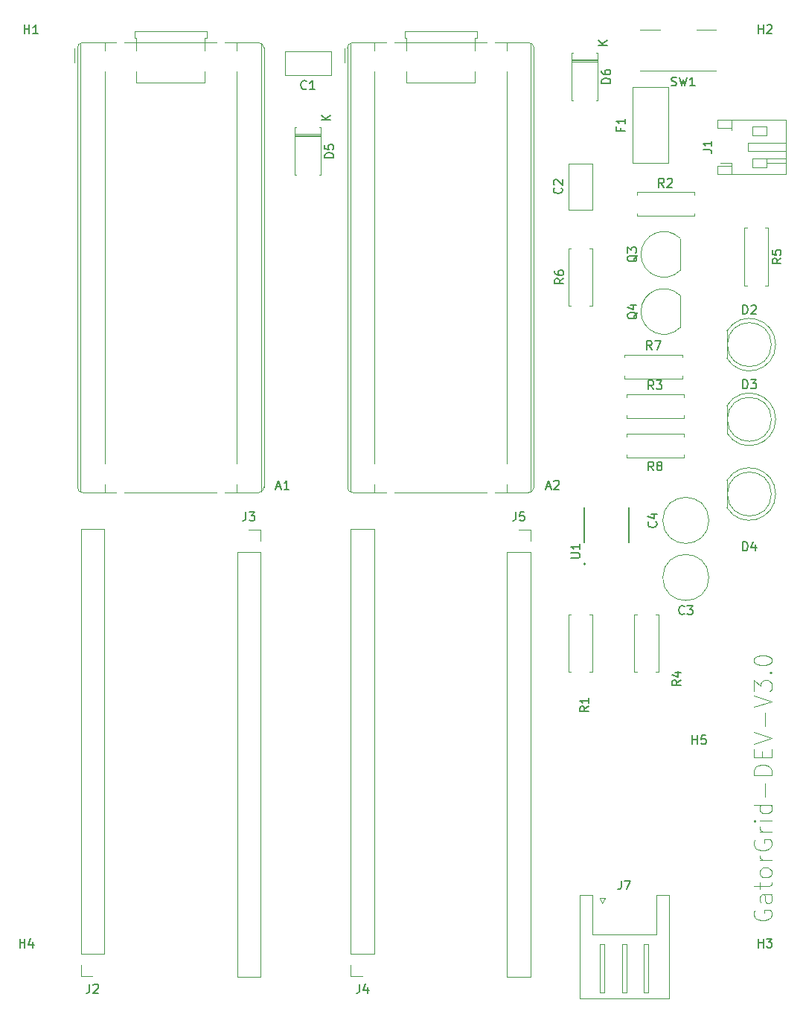
<source format=gbr>
%TF.GenerationSoftware,KiCad,Pcbnew,9.0.1*%
%TF.CreationDate,2025-09-26T21:18:28-04:00*%
%TF.ProjectId,Design V3.0,44657369-676e-4205-9633-2e302e6b6963,rev?*%
%TF.SameCoordinates,Original*%
%TF.FileFunction,Legend,Top*%
%TF.FilePolarity,Positive*%
%FSLAX46Y46*%
G04 Gerber Fmt 4.6, Leading zero omitted, Abs format (unit mm)*
G04 Created by KiCad (PCBNEW 9.0.1) date 2025-09-26 21:18:28*
%MOMM*%
%LPD*%
G01*
G04 APERTURE LIST*
%ADD10C,0.125000*%
%ADD11C,0.150000*%
%ADD12C,0.120000*%
%ADD13C,0.127000*%
%ADD14C,0.200000*%
G04 APERTURE END LIST*
D10*
X244343976Y-129893954D02*
X244248738Y-130084430D01*
X244248738Y-130084430D02*
X244248738Y-130370144D01*
X244248738Y-130370144D02*
X244343976Y-130655859D01*
X244343976Y-130655859D02*
X244534452Y-130846335D01*
X244534452Y-130846335D02*
X244724928Y-130941573D01*
X244724928Y-130941573D02*
X245105880Y-131036811D01*
X245105880Y-131036811D02*
X245391595Y-131036811D01*
X245391595Y-131036811D02*
X245772547Y-130941573D01*
X245772547Y-130941573D02*
X245963023Y-130846335D01*
X245963023Y-130846335D02*
X246153500Y-130655859D01*
X246153500Y-130655859D02*
X246248738Y-130370144D01*
X246248738Y-130370144D02*
X246248738Y-130179668D01*
X246248738Y-130179668D02*
X246153500Y-129893954D01*
X246153500Y-129893954D02*
X246058261Y-129798716D01*
X246058261Y-129798716D02*
X245391595Y-129798716D01*
X245391595Y-129798716D02*
X245391595Y-130179668D01*
X246248738Y-128084430D02*
X245201119Y-128084430D01*
X245201119Y-128084430D02*
X245010642Y-128179668D01*
X245010642Y-128179668D02*
X244915404Y-128370144D01*
X244915404Y-128370144D02*
X244915404Y-128751097D01*
X244915404Y-128751097D02*
X245010642Y-128941573D01*
X246153500Y-128084430D02*
X246248738Y-128274906D01*
X246248738Y-128274906D02*
X246248738Y-128751097D01*
X246248738Y-128751097D02*
X246153500Y-128941573D01*
X246153500Y-128941573D02*
X245963023Y-129036811D01*
X245963023Y-129036811D02*
X245772547Y-129036811D01*
X245772547Y-129036811D02*
X245582071Y-128941573D01*
X245582071Y-128941573D02*
X245486833Y-128751097D01*
X245486833Y-128751097D02*
X245486833Y-128274906D01*
X245486833Y-128274906D02*
X245391595Y-128084430D01*
X244915404Y-127417763D02*
X244915404Y-126655859D01*
X244248738Y-127132049D02*
X245963023Y-127132049D01*
X245963023Y-127132049D02*
X246153500Y-127036811D01*
X246153500Y-127036811D02*
X246248738Y-126846335D01*
X246248738Y-126846335D02*
X246248738Y-126655859D01*
X246248738Y-125703478D02*
X246153500Y-125893954D01*
X246153500Y-125893954D02*
X246058261Y-125989192D01*
X246058261Y-125989192D02*
X245867785Y-126084430D01*
X245867785Y-126084430D02*
X245296357Y-126084430D01*
X245296357Y-126084430D02*
X245105880Y-125989192D01*
X245105880Y-125989192D02*
X245010642Y-125893954D01*
X245010642Y-125893954D02*
X244915404Y-125703478D01*
X244915404Y-125703478D02*
X244915404Y-125417763D01*
X244915404Y-125417763D02*
X245010642Y-125227287D01*
X245010642Y-125227287D02*
X245105880Y-125132049D01*
X245105880Y-125132049D02*
X245296357Y-125036811D01*
X245296357Y-125036811D02*
X245867785Y-125036811D01*
X245867785Y-125036811D02*
X246058261Y-125132049D01*
X246058261Y-125132049D02*
X246153500Y-125227287D01*
X246153500Y-125227287D02*
X246248738Y-125417763D01*
X246248738Y-125417763D02*
X246248738Y-125703478D01*
X246248738Y-124179668D02*
X244915404Y-124179668D01*
X245296357Y-124179668D02*
X245105880Y-124084430D01*
X245105880Y-124084430D02*
X245010642Y-123989192D01*
X245010642Y-123989192D02*
X244915404Y-123798716D01*
X244915404Y-123798716D02*
X244915404Y-123608239D01*
X244343976Y-121893954D02*
X244248738Y-122084430D01*
X244248738Y-122084430D02*
X244248738Y-122370144D01*
X244248738Y-122370144D02*
X244343976Y-122655859D01*
X244343976Y-122655859D02*
X244534452Y-122846335D01*
X244534452Y-122846335D02*
X244724928Y-122941573D01*
X244724928Y-122941573D02*
X245105880Y-123036811D01*
X245105880Y-123036811D02*
X245391595Y-123036811D01*
X245391595Y-123036811D02*
X245772547Y-122941573D01*
X245772547Y-122941573D02*
X245963023Y-122846335D01*
X245963023Y-122846335D02*
X246153500Y-122655859D01*
X246153500Y-122655859D02*
X246248738Y-122370144D01*
X246248738Y-122370144D02*
X246248738Y-122179668D01*
X246248738Y-122179668D02*
X246153500Y-121893954D01*
X246153500Y-121893954D02*
X246058261Y-121798716D01*
X246058261Y-121798716D02*
X245391595Y-121798716D01*
X245391595Y-121798716D02*
X245391595Y-122179668D01*
X246248738Y-120941573D02*
X244915404Y-120941573D01*
X245296357Y-120941573D02*
X245105880Y-120846335D01*
X245105880Y-120846335D02*
X245010642Y-120751097D01*
X245010642Y-120751097D02*
X244915404Y-120560621D01*
X244915404Y-120560621D02*
X244915404Y-120370144D01*
X246248738Y-119703478D02*
X244915404Y-119703478D01*
X244248738Y-119703478D02*
X244343976Y-119798716D01*
X244343976Y-119798716D02*
X244439214Y-119703478D01*
X244439214Y-119703478D02*
X244343976Y-119608240D01*
X244343976Y-119608240D02*
X244248738Y-119703478D01*
X244248738Y-119703478D02*
X244439214Y-119703478D01*
X246248738Y-117893954D02*
X244248738Y-117893954D01*
X246153500Y-117893954D02*
X246248738Y-118084430D01*
X246248738Y-118084430D02*
X246248738Y-118465383D01*
X246248738Y-118465383D02*
X246153500Y-118655859D01*
X246153500Y-118655859D02*
X246058261Y-118751097D01*
X246058261Y-118751097D02*
X245867785Y-118846335D01*
X245867785Y-118846335D02*
X245296357Y-118846335D01*
X245296357Y-118846335D02*
X245105880Y-118751097D01*
X245105880Y-118751097D02*
X245010642Y-118655859D01*
X245010642Y-118655859D02*
X244915404Y-118465383D01*
X244915404Y-118465383D02*
X244915404Y-118084430D01*
X244915404Y-118084430D02*
X245010642Y-117893954D01*
X245486833Y-116941573D02*
X245486833Y-115417764D01*
X246248738Y-114465383D02*
X244248738Y-114465383D01*
X244248738Y-114465383D02*
X244248738Y-113989193D01*
X244248738Y-113989193D02*
X244343976Y-113703478D01*
X244343976Y-113703478D02*
X244534452Y-113513002D01*
X244534452Y-113513002D02*
X244724928Y-113417764D01*
X244724928Y-113417764D02*
X245105880Y-113322526D01*
X245105880Y-113322526D02*
X245391595Y-113322526D01*
X245391595Y-113322526D02*
X245772547Y-113417764D01*
X245772547Y-113417764D02*
X245963023Y-113513002D01*
X245963023Y-113513002D02*
X246153500Y-113703478D01*
X246153500Y-113703478D02*
X246248738Y-113989193D01*
X246248738Y-113989193D02*
X246248738Y-114465383D01*
X245201119Y-112465383D02*
X245201119Y-111798716D01*
X246248738Y-111513002D02*
X246248738Y-112465383D01*
X246248738Y-112465383D02*
X244248738Y-112465383D01*
X244248738Y-112465383D02*
X244248738Y-111513002D01*
X244248738Y-110941573D02*
X246248738Y-110274907D01*
X246248738Y-110274907D02*
X244248738Y-109608240D01*
X245486833Y-108941573D02*
X245486833Y-107417764D01*
X244248738Y-106751097D02*
X246248738Y-106084431D01*
X246248738Y-106084431D02*
X244248738Y-105417764D01*
X244248738Y-104941573D02*
X244248738Y-103703478D01*
X244248738Y-103703478D02*
X245010642Y-104370145D01*
X245010642Y-104370145D02*
X245010642Y-104084430D01*
X245010642Y-104084430D02*
X245105880Y-103893954D01*
X245105880Y-103893954D02*
X245201119Y-103798716D01*
X245201119Y-103798716D02*
X245391595Y-103703478D01*
X245391595Y-103703478D02*
X245867785Y-103703478D01*
X245867785Y-103703478D02*
X246058261Y-103798716D01*
X246058261Y-103798716D02*
X246153500Y-103893954D01*
X246153500Y-103893954D02*
X246248738Y-104084430D01*
X246248738Y-104084430D02*
X246248738Y-104655859D01*
X246248738Y-104655859D02*
X246153500Y-104846335D01*
X246153500Y-104846335D02*
X246058261Y-104941573D01*
X246058261Y-102846335D02*
X246153500Y-102751097D01*
X246153500Y-102751097D02*
X246248738Y-102846335D01*
X246248738Y-102846335D02*
X246153500Y-102941573D01*
X246153500Y-102941573D02*
X246058261Y-102846335D01*
X246058261Y-102846335D02*
X246248738Y-102846335D01*
X244248738Y-101513002D02*
X244248738Y-101322525D01*
X244248738Y-101322525D02*
X244343976Y-101132049D01*
X244343976Y-101132049D02*
X244439214Y-101036811D01*
X244439214Y-101036811D02*
X244629690Y-100941573D01*
X244629690Y-100941573D02*
X245010642Y-100846335D01*
X245010642Y-100846335D02*
X245486833Y-100846335D01*
X245486833Y-100846335D02*
X245867785Y-100941573D01*
X245867785Y-100941573D02*
X246058261Y-101036811D01*
X246058261Y-101036811D02*
X246153500Y-101132049D01*
X246153500Y-101132049D02*
X246248738Y-101322525D01*
X246248738Y-101322525D02*
X246248738Y-101513002D01*
X246248738Y-101513002D02*
X246153500Y-101703478D01*
X246153500Y-101703478D02*
X246058261Y-101798716D01*
X246058261Y-101798716D02*
X245867785Y-101893954D01*
X245867785Y-101893954D02*
X245486833Y-101989192D01*
X245486833Y-101989192D02*
X245010642Y-101989192D01*
X245010642Y-101989192D02*
X244629690Y-101893954D01*
X244629690Y-101893954D02*
X244439214Y-101798716D01*
X244439214Y-101798716D02*
X244343976Y-101703478D01*
X244343976Y-101703478D02*
X244248738Y-101513002D01*
D11*
X222584819Y-57976666D02*
X222108628Y-58309999D01*
X222584819Y-58548094D02*
X221584819Y-58548094D01*
X221584819Y-58548094D02*
X221584819Y-58167142D01*
X221584819Y-58167142D02*
X221632438Y-58071904D01*
X221632438Y-58071904D02*
X221680057Y-58024285D01*
X221680057Y-58024285D02*
X221775295Y-57976666D01*
X221775295Y-57976666D02*
X221918152Y-57976666D01*
X221918152Y-57976666D02*
X222013390Y-58024285D01*
X222013390Y-58024285D02*
X222061009Y-58071904D01*
X222061009Y-58071904D02*
X222108628Y-58167142D01*
X222108628Y-58167142D02*
X222108628Y-58548094D01*
X221584819Y-57119523D02*
X221584819Y-57309999D01*
X221584819Y-57309999D02*
X221632438Y-57405237D01*
X221632438Y-57405237D02*
X221680057Y-57452856D01*
X221680057Y-57452856D02*
X221822914Y-57548094D01*
X221822914Y-57548094D02*
X222013390Y-57595713D01*
X222013390Y-57595713D02*
X222394342Y-57595713D01*
X222394342Y-57595713D02*
X222489580Y-57548094D01*
X222489580Y-57548094D02*
X222537200Y-57500475D01*
X222537200Y-57500475D02*
X222584819Y-57405237D01*
X222584819Y-57405237D02*
X222584819Y-57214761D01*
X222584819Y-57214761D02*
X222537200Y-57119523D01*
X222537200Y-57119523D02*
X222489580Y-57071904D01*
X222489580Y-57071904D02*
X222394342Y-57024285D01*
X222394342Y-57024285D02*
X222156247Y-57024285D01*
X222156247Y-57024285D02*
X222061009Y-57071904D01*
X222061009Y-57071904D02*
X222013390Y-57119523D01*
X222013390Y-57119523D02*
X221965771Y-57214761D01*
X221965771Y-57214761D02*
X221965771Y-57405237D01*
X221965771Y-57405237D02*
X222013390Y-57500475D01*
X222013390Y-57500475D02*
X222061009Y-57548094D01*
X222061009Y-57548094D02*
X222156247Y-57595713D01*
X229166666Y-126499819D02*
X229166666Y-127214104D01*
X229166666Y-127214104D02*
X229119047Y-127356961D01*
X229119047Y-127356961D02*
X229023809Y-127452200D01*
X229023809Y-127452200D02*
X228880952Y-127499819D01*
X228880952Y-127499819D02*
X228785714Y-127499819D01*
X229547619Y-126499819D02*
X230214285Y-126499819D01*
X230214285Y-126499819D02*
X229785714Y-127499819D01*
X247324819Y-55666666D02*
X246848628Y-55999999D01*
X247324819Y-56238094D02*
X246324819Y-56238094D01*
X246324819Y-56238094D02*
X246324819Y-55857142D01*
X246324819Y-55857142D02*
X246372438Y-55761904D01*
X246372438Y-55761904D02*
X246420057Y-55714285D01*
X246420057Y-55714285D02*
X246515295Y-55666666D01*
X246515295Y-55666666D02*
X246658152Y-55666666D01*
X246658152Y-55666666D02*
X246753390Y-55714285D01*
X246753390Y-55714285D02*
X246801009Y-55761904D01*
X246801009Y-55761904D02*
X246848628Y-55857142D01*
X246848628Y-55857142D02*
X246848628Y-56238094D01*
X246324819Y-54761904D02*
X246324819Y-55238094D01*
X246324819Y-55238094D02*
X246801009Y-55285713D01*
X246801009Y-55285713D02*
X246753390Y-55238094D01*
X246753390Y-55238094D02*
X246705771Y-55142856D01*
X246705771Y-55142856D02*
X246705771Y-54904761D01*
X246705771Y-54904761D02*
X246753390Y-54809523D01*
X246753390Y-54809523D02*
X246801009Y-54761904D01*
X246801009Y-54761904D02*
X246896247Y-54714285D01*
X246896247Y-54714285D02*
X247134342Y-54714285D01*
X247134342Y-54714285D02*
X247229580Y-54761904D01*
X247229580Y-54761904D02*
X247277200Y-54809523D01*
X247277200Y-54809523D02*
X247324819Y-54904761D01*
X247324819Y-54904761D02*
X247324819Y-55142856D01*
X247324819Y-55142856D02*
X247277200Y-55238094D01*
X247277200Y-55238094D02*
X247229580Y-55285713D01*
X242996905Y-88954819D02*
X242996905Y-87954819D01*
X242996905Y-87954819D02*
X243235000Y-87954819D01*
X243235000Y-87954819D02*
X243377857Y-88002438D01*
X243377857Y-88002438D02*
X243473095Y-88097676D01*
X243473095Y-88097676D02*
X243520714Y-88192914D01*
X243520714Y-88192914D02*
X243568333Y-88383390D01*
X243568333Y-88383390D02*
X243568333Y-88526247D01*
X243568333Y-88526247D02*
X243520714Y-88716723D01*
X243520714Y-88716723D02*
X243473095Y-88811961D01*
X243473095Y-88811961D02*
X243377857Y-88907200D01*
X243377857Y-88907200D02*
X243235000Y-88954819D01*
X243235000Y-88954819D02*
X242996905Y-88954819D01*
X244425476Y-88288152D02*
X244425476Y-88954819D01*
X244187381Y-87907200D02*
X243949286Y-88621485D01*
X243949286Y-88621485D02*
X244568333Y-88621485D01*
X232833333Y-79824819D02*
X232500000Y-79348628D01*
X232261905Y-79824819D02*
X232261905Y-78824819D01*
X232261905Y-78824819D02*
X232642857Y-78824819D01*
X232642857Y-78824819D02*
X232738095Y-78872438D01*
X232738095Y-78872438D02*
X232785714Y-78920057D01*
X232785714Y-78920057D02*
X232833333Y-79015295D01*
X232833333Y-79015295D02*
X232833333Y-79158152D01*
X232833333Y-79158152D02*
X232785714Y-79253390D01*
X232785714Y-79253390D02*
X232738095Y-79301009D01*
X232738095Y-79301009D02*
X232642857Y-79348628D01*
X232642857Y-79348628D02*
X232261905Y-79348628D01*
X233404762Y-79253390D02*
X233309524Y-79205771D01*
X233309524Y-79205771D02*
X233261905Y-79158152D01*
X233261905Y-79158152D02*
X233214286Y-79062914D01*
X233214286Y-79062914D02*
X233214286Y-79015295D01*
X233214286Y-79015295D02*
X233261905Y-78920057D01*
X233261905Y-78920057D02*
X233309524Y-78872438D01*
X233309524Y-78872438D02*
X233404762Y-78824819D01*
X233404762Y-78824819D02*
X233595238Y-78824819D01*
X233595238Y-78824819D02*
X233690476Y-78872438D01*
X233690476Y-78872438D02*
X233738095Y-78920057D01*
X233738095Y-78920057D02*
X233785714Y-79015295D01*
X233785714Y-79015295D02*
X233785714Y-79062914D01*
X233785714Y-79062914D02*
X233738095Y-79158152D01*
X233738095Y-79158152D02*
X233690476Y-79205771D01*
X233690476Y-79205771D02*
X233595238Y-79253390D01*
X233595238Y-79253390D02*
X233404762Y-79253390D01*
X233404762Y-79253390D02*
X233309524Y-79301009D01*
X233309524Y-79301009D02*
X233261905Y-79348628D01*
X233261905Y-79348628D02*
X233214286Y-79443866D01*
X233214286Y-79443866D02*
X233214286Y-79634342D01*
X233214286Y-79634342D02*
X233261905Y-79729580D01*
X233261905Y-79729580D02*
X233309524Y-79777200D01*
X233309524Y-79777200D02*
X233404762Y-79824819D01*
X233404762Y-79824819D02*
X233595238Y-79824819D01*
X233595238Y-79824819D02*
X233690476Y-79777200D01*
X233690476Y-79777200D02*
X233738095Y-79729580D01*
X233738095Y-79729580D02*
X233785714Y-79634342D01*
X233785714Y-79634342D02*
X233785714Y-79443866D01*
X233785714Y-79443866D02*
X233738095Y-79348628D01*
X233738095Y-79348628D02*
X233690476Y-79301009D01*
X233690476Y-79301009D02*
X233595238Y-79253390D01*
X189926660Y-81664104D02*
X190402850Y-81664104D01*
X189831422Y-81949819D02*
X190164755Y-80949819D01*
X190164755Y-80949819D02*
X190498088Y-81949819D01*
X191355231Y-81949819D02*
X190783803Y-81949819D01*
X191069517Y-81949819D02*
X191069517Y-80949819D01*
X191069517Y-80949819D02*
X190974279Y-81092676D01*
X190974279Y-81092676D02*
X190879041Y-81187914D01*
X190879041Y-81187914D02*
X190783803Y-81235533D01*
X229091009Y-40843333D02*
X229091009Y-41176666D01*
X229614819Y-41176666D02*
X228614819Y-41176666D01*
X228614819Y-41176666D02*
X228614819Y-40700476D01*
X229614819Y-39795714D02*
X229614819Y-40367142D01*
X229614819Y-40081428D02*
X228614819Y-40081428D01*
X228614819Y-40081428D02*
X228757676Y-40176666D01*
X228757676Y-40176666D02*
X228852914Y-40271904D01*
X228852914Y-40271904D02*
X228900533Y-40367142D01*
X234023333Y-47584819D02*
X233690000Y-47108628D01*
X233451905Y-47584819D02*
X233451905Y-46584819D01*
X233451905Y-46584819D02*
X233832857Y-46584819D01*
X233832857Y-46584819D02*
X233928095Y-46632438D01*
X233928095Y-46632438D02*
X233975714Y-46680057D01*
X233975714Y-46680057D02*
X234023333Y-46775295D01*
X234023333Y-46775295D02*
X234023333Y-46918152D01*
X234023333Y-46918152D02*
X233975714Y-47013390D01*
X233975714Y-47013390D02*
X233928095Y-47061009D01*
X233928095Y-47061009D02*
X233832857Y-47108628D01*
X233832857Y-47108628D02*
X233451905Y-47108628D01*
X234404286Y-46680057D02*
X234451905Y-46632438D01*
X234451905Y-46632438D02*
X234547143Y-46584819D01*
X234547143Y-46584819D02*
X234785238Y-46584819D01*
X234785238Y-46584819D02*
X234880476Y-46632438D01*
X234880476Y-46632438D02*
X234928095Y-46680057D01*
X234928095Y-46680057D02*
X234975714Y-46775295D01*
X234975714Y-46775295D02*
X234975714Y-46870533D01*
X234975714Y-46870533D02*
X234928095Y-47013390D01*
X234928095Y-47013390D02*
X234356667Y-47584819D01*
X234356667Y-47584819D02*
X234975714Y-47584819D01*
X196424819Y-44238094D02*
X195424819Y-44238094D01*
X195424819Y-44238094D02*
X195424819Y-43999999D01*
X195424819Y-43999999D02*
X195472438Y-43857142D01*
X195472438Y-43857142D02*
X195567676Y-43761904D01*
X195567676Y-43761904D02*
X195662914Y-43714285D01*
X195662914Y-43714285D02*
X195853390Y-43666666D01*
X195853390Y-43666666D02*
X195996247Y-43666666D01*
X195996247Y-43666666D02*
X196186723Y-43714285D01*
X196186723Y-43714285D02*
X196281961Y-43761904D01*
X196281961Y-43761904D02*
X196377200Y-43857142D01*
X196377200Y-43857142D02*
X196424819Y-43999999D01*
X196424819Y-43999999D02*
X196424819Y-44238094D01*
X195424819Y-42761904D02*
X195424819Y-43238094D01*
X195424819Y-43238094D02*
X195901009Y-43285713D01*
X195901009Y-43285713D02*
X195853390Y-43238094D01*
X195853390Y-43238094D02*
X195805771Y-43142856D01*
X195805771Y-43142856D02*
X195805771Y-42904761D01*
X195805771Y-42904761D02*
X195853390Y-42809523D01*
X195853390Y-42809523D02*
X195901009Y-42761904D01*
X195901009Y-42761904D02*
X195996247Y-42714285D01*
X195996247Y-42714285D02*
X196234342Y-42714285D01*
X196234342Y-42714285D02*
X196329580Y-42761904D01*
X196329580Y-42761904D02*
X196377200Y-42809523D01*
X196377200Y-42809523D02*
X196424819Y-42904761D01*
X196424819Y-42904761D02*
X196424819Y-43142856D01*
X196424819Y-43142856D02*
X196377200Y-43238094D01*
X196377200Y-43238094D02*
X196329580Y-43285713D01*
X196054819Y-39951904D02*
X195054819Y-39951904D01*
X196054819Y-39380476D02*
X195483390Y-39809047D01*
X195054819Y-39380476D02*
X195626247Y-39951904D01*
X234866667Y-36007200D02*
X235009524Y-36054819D01*
X235009524Y-36054819D02*
X235247619Y-36054819D01*
X235247619Y-36054819D02*
X235342857Y-36007200D01*
X235342857Y-36007200D02*
X235390476Y-35959580D01*
X235390476Y-35959580D02*
X235438095Y-35864342D01*
X235438095Y-35864342D02*
X235438095Y-35769104D01*
X235438095Y-35769104D02*
X235390476Y-35673866D01*
X235390476Y-35673866D02*
X235342857Y-35626247D01*
X235342857Y-35626247D02*
X235247619Y-35578628D01*
X235247619Y-35578628D02*
X235057143Y-35531009D01*
X235057143Y-35531009D02*
X234961905Y-35483390D01*
X234961905Y-35483390D02*
X234914286Y-35435771D01*
X234914286Y-35435771D02*
X234866667Y-35340533D01*
X234866667Y-35340533D02*
X234866667Y-35245295D01*
X234866667Y-35245295D02*
X234914286Y-35150057D01*
X234914286Y-35150057D02*
X234961905Y-35102438D01*
X234961905Y-35102438D02*
X235057143Y-35054819D01*
X235057143Y-35054819D02*
X235295238Y-35054819D01*
X235295238Y-35054819D02*
X235438095Y-35102438D01*
X235771429Y-35054819D02*
X236009524Y-36054819D01*
X236009524Y-36054819D02*
X236200000Y-35340533D01*
X236200000Y-35340533D02*
X236390476Y-36054819D01*
X236390476Y-36054819D02*
X236628572Y-35054819D01*
X237533333Y-36054819D02*
X236961905Y-36054819D01*
X237247619Y-36054819D02*
X237247619Y-35054819D01*
X237247619Y-35054819D02*
X237152381Y-35197676D01*
X237152381Y-35197676D02*
X237057143Y-35292914D01*
X237057143Y-35292914D02*
X236961905Y-35340533D01*
X233109580Y-85666666D02*
X233157200Y-85714285D01*
X233157200Y-85714285D02*
X233204819Y-85857142D01*
X233204819Y-85857142D02*
X233204819Y-85952380D01*
X233204819Y-85952380D02*
X233157200Y-86095237D01*
X233157200Y-86095237D02*
X233061961Y-86190475D01*
X233061961Y-86190475D02*
X232966723Y-86238094D01*
X232966723Y-86238094D02*
X232776247Y-86285713D01*
X232776247Y-86285713D02*
X232633390Y-86285713D01*
X232633390Y-86285713D02*
X232442914Y-86238094D01*
X232442914Y-86238094D02*
X232347676Y-86190475D01*
X232347676Y-86190475D02*
X232252438Y-86095237D01*
X232252438Y-86095237D02*
X232204819Y-85952380D01*
X232204819Y-85952380D02*
X232204819Y-85857142D01*
X232204819Y-85857142D02*
X232252438Y-85714285D01*
X232252438Y-85714285D02*
X232300057Y-85666666D01*
X232538152Y-84809523D02*
X233204819Y-84809523D01*
X232157200Y-85047618D02*
X232871485Y-85285713D01*
X232871485Y-85285713D02*
X232871485Y-84666666D01*
X222359580Y-47666666D02*
X222407200Y-47714285D01*
X222407200Y-47714285D02*
X222454819Y-47857142D01*
X222454819Y-47857142D02*
X222454819Y-47952380D01*
X222454819Y-47952380D02*
X222407200Y-48095237D01*
X222407200Y-48095237D02*
X222311961Y-48190475D01*
X222311961Y-48190475D02*
X222216723Y-48238094D01*
X222216723Y-48238094D02*
X222026247Y-48285713D01*
X222026247Y-48285713D02*
X221883390Y-48285713D01*
X221883390Y-48285713D02*
X221692914Y-48238094D01*
X221692914Y-48238094D02*
X221597676Y-48190475D01*
X221597676Y-48190475D02*
X221502438Y-48095237D01*
X221502438Y-48095237D02*
X221454819Y-47952380D01*
X221454819Y-47952380D02*
X221454819Y-47857142D01*
X221454819Y-47857142D02*
X221502438Y-47714285D01*
X221502438Y-47714285D02*
X221550057Y-47666666D01*
X221550057Y-47285713D02*
X221502438Y-47238094D01*
X221502438Y-47238094D02*
X221454819Y-47142856D01*
X221454819Y-47142856D02*
X221454819Y-46904761D01*
X221454819Y-46904761D02*
X221502438Y-46809523D01*
X221502438Y-46809523D02*
X221550057Y-46761904D01*
X221550057Y-46761904D02*
X221645295Y-46714285D01*
X221645295Y-46714285D02*
X221740533Y-46714285D01*
X221740533Y-46714285D02*
X221883390Y-46761904D01*
X221883390Y-46761904D02*
X222454819Y-47333332D01*
X222454819Y-47333332D02*
X222454819Y-46714285D01*
X199386666Y-138284819D02*
X199386666Y-138999104D01*
X199386666Y-138999104D02*
X199339047Y-139141961D01*
X199339047Y-139141961D02*
X199243809Y-139237200D01*
X199243809Y-139237200D02*
X199100952Y-139284819D01*
X199100952Y-139284819D02*
X199005714Y-139284819D01*
X200291428Y-138618152D02*
X200291428Y-139284819D01*
X200053333Y-138237200D02*
X199815238Y-138951485D01*
X199815238Y-138951485D02*
X200434285Y-138951485D01*
X244738095Y-30104819D02*
X244738095Y-29104819D01*
X244738095Y-29581009D02*
X245309523Y-29581009D01*
X245309523Y-30104819D02*
X245309523Y-29104819D01*
X245738095Y-29200057D02*
X245785714Y-29152438D01*
X245785714Y-29152438D02*
X245880952Y-29104819D01*
X245880952Y-29104819D02*
X246119047Y-29104819D01*
X246119047Y-29104819D02*
X246214285Y-29152438D01*
X246214285Y-29152438D02*
X246261904Y-29200057D01*
X246261904Y-29200057D02*
X246309523Y-29295295D01*
X246309523Y-29295295D02*
X246309523Y-29390533D01*
X246309523Y-29390533D02*
X246261904Y-29533390D01*
X246261904Y-29533390D02*
X245690476Y-30104819D01*
X245690476Y-30104819D02*
X246309523Y-30104819D01*
X186446666Y-84544819D02*
X186446666Y-85259104D01*
X186446666Y-85259104D02*
X186399047Y-85401961D01*
X186399047Y-85401961D02*
X186303809Y-85497200D01*
X186303809Y-85497200D02*
X186160952Y-85544819D01*
X186160952Y-85544819D02*
X186065714Y-85544819D01*
X186827619Y-84544819D02*
X187446666Y-84544819D01*
X187446666Y-84544819D02*
X187113333Y-84925771D01*
X187113333Y-84925771D02*
X187256190Y-84925771D01*
X187256190Y-84925771D02*
X187351428Y-84973390D01*
X187351428Y-84973390D02*
X187399047Y-85021009D01*
X187399047Y-85021009D02*
X187446666Y-85116247D01*
X187446666Y-85116247D02*
X187446666Y-85354342D01*
X187446666Y-85354342D02*
X187399047Y-85449580D01*
X187399047Y-85449580D02*
X187351428Y-85497200D01*
X187351428Y-85497200D02*
X187256190Y-85544819D01*
X187256190Y-85544819D02*
X186970476Y-85544819D01*
X186970476Y-85544819D02*
X186875238Y-85497200D01*
X186875238Y-85497200D02*
X186827619Y-85449580D01*
X238454819Y-43333333D02*
X239169104Y-43333333D01*
X239169104Y-43333333D02*
X239311961Y-43380952D01*
X239311961Y-43380952D02*
X239407200Y-43476190D01*
X239407200Y-43476190D02*
X239454819Y-43619047D01*
X239454819Y-43619047D02*
X239454819Y-43714285D01*
X239454819Y-42333333D02*
X239454819Y-42904761D01*
X239454819Y-42619047D02*
X238454819Y-42619047D01*
X238454819Y-42619047D02*
X238597676Y-42714285D01*
X238597676Y-42714285D02*
X238692914Y-42809523D01*
X238692914Y-42809523D02*
X238740533Y-42904761D01*
X193333333Y-36359580D02*
X193285714Y-36407200D01*
X193285714Y-36407200D02*
X193142857Y-36454819D01*
X193142857Y-36454819D02*
X193047619Y-36454819D01*
X193047619Y-36454819D02*
X192904762Y-36407200D01*
X192904762Y-36407200D02*
X192809524Y-36311961D01*
X192809524Y-36311961D02*
X192761905Y-36216723D01*
X192761905Y-36216723D02*
X192714286Y-36026247D01*
X192714286Y-36026247D02*
X192714286Y-35883390D01*
X192714286Y-35883390D02*
X192761905Y-35692914D01*
X192761905Y-35692914D02*
X192809524Y-35597676D01*
X192809524Y-35597676D02*
X192904762Y-35502438D01*
X192904762Y-35502438D02*
X193047619Y-35454819D01*
X193047619Y-35454819D02*
X193142857Y-35454819D01*
X193142857Y-35454819D02*
X193285714Y-35502438D01*
X193285714Y-35502438D02*
X193333333Y-35550057D01*
X194285714Y-36454819D02*
X193714286Y-36454819D01*
X194000000Y-36454819D02*
X194000000Y-35454819D01*
X194000000Y-35454819D02*
X193904762Y-35597676D01*
X193904762Y-35597676D02*
X193809524Y-35692914D01*
X193809524Y-35692914D02*
X193714286Y-35740533D01*
X168666666Y-138284819D02*
X168666666Y-138999104D01*
X168666666Y-138999104D02*
X168619047Y-139141961D01*
X168619047Y-139141961D02*
X168523809Y-139237200D01*
X168523809Y-139237200D02*
X168380952Y-139284819D01*
X168380952Y-139284819D02*
X168285714Y-139284819D01*
X169095238Y-138380057D02*
X169142857Y-138332438D01*
X169142857Y-138332438D02*
X169238095Y-138284819D01*
X169238095Y-138284819D02*
X169476190Y-138284819D01*
X169476190Y-138284819D02*
X169571428Y-138332438D01*
X169571428Y-138332438D02*
X169619047Y-138380057D01*
X169619047Y-138380057D02*
X169666666Y-138475295D01*
X169666666Y-138475295D02*
X169666666Y-138570533D01*
X169666666Y-138570533D02*
X169619047Y-138713390D01*
X169619047Y-138713390D02*
X169047619Y-139284819D01*
X169047619Y-139284819D02*
X169666666Y-139284819D01*
X225454819Y-106666666D02*
X224978628Y-106999999D01*
X225454819Y-107238094D02*
X224454819Y-107238094D01*
X224454819Y-107238094D02*
X224454819Y-106857142D01*
X224454819Y-106857142D02*
X224502438Y-106761904D01*
X224502438Y-106761904D02*
X224550057Y-106714285D01*
X224550057Y-106714285D02*
X224645295Y-106666666D01*
X224645295Y-106666666D02*
X224788152Y-106666666D01*
X224788152Y-106666666D02*
X224883390Y-106714285D01*
X224883390Y-106714285D02*
X224931009Y-106761904D01*
X224931009Y-106761904D02*
X224978628Y-106857142D01*
X224978628Y-106857142D02*
X224978628Y-107238094D01*
X225454819Y-105714285D02*
X225454819Y-106285713D01*
X225454819Y-105999999D02*
X224454819Y-105999999D01*
X224454819Y-105999999D02*
X224597676Y-106095237D01*
X224597676Y-106095237D02*
X224692914Y-106190475D01*
X224692914Y-106190475D02*
X224740533Y-106285713D01*
X237238095Y-110954819D02*
X237238095Y-109954819D01*
X237238095Y-110431009D02*
X237809523Y-110431009D01*
X237809523Y-110954819D02*
X237809523Y-109954819D01*
X238761904Y-109954819D02*
X238285714Y-109954819D01*
X238285714Y-109954819D02*
X238238095Y-110431009D01*
X238238095Y-110431009D02*
X238285714Y-110383390D01*
X238285714Y-110383390D02*
X238380952Y-110335771D01*
X238380952Y-110335771D02*
X238619047Y-110335771D01*
X238619047Y-110335771D02*
X238714285Y-110383390D01*
X238714285Y-110383390D02*
X238761904Y-110431009D01*
X238761904Y-110431009D02*
X238809523Y-110526247D01*
X238809523Y-110526247D02*
X238809523Y-110764342D01*
X238809523Y-110764342D02*
X238761904Y-110859580D01*
X238761904Y-110859580D02*
X238714285Y-110907200D01*
X238714285Y-110907200D02*
X238619047Y-110954819D01*
X238619047Y-110954819D02*
X238380952Y-110954819D01*
X238380952Y-110954819D02*
X238285714Y-110907200D01*
X238285714Y-110907200D02*
X238238095Y-110859580D01*
X232643333Y-66084819D02*
X232310000Y-65608628D01*
X232071905Y-66084819D02*
X232071905Y-65084819D01*
X232071905Y-65084819D02*
X232452857Y-65084819D01*
X232452857Y-65084819D02*
X232548095Y-65132438D01*
X232548095Y-65132438D02*
X232595714Y-65180057D01*
X232595714Y-65180057D02*
X232643333Y-65275295D01*
X232643333Y-65275295D02*
X232643333Y-65418152D01*
X232643333Y-65418152D02*
X232595714Y-65513390D01*
X232595714Y-65513390D02*
X232548095Y-65561009D01*
X232548095Y-65561009D02*
X232452857Y-65608628D01*
X232452857Y-65608628D02*
X232071905Y-65608628D01*
X232976667Y-65084819D02*
X233643333Y-65084819D01*
X233643333Y-65084819D02*
X233214762Y-66084819D01*
X242991905Y-61994819D02*
X242991905Y-60994819D01*
X242991905Y-60994819D02*
X243230000Y-60994819D01*
X243230000Y-60994819D02*
X243372857Y-61042438D01*
X243372857Y-61042438D02*
X243468095Y-61137676D01*
X243468095Y-61137676D02*
X243515714Y-61232914D01*
X243515714Y-61232914D02*
X243563333Y-61423390D01*
X243563333Y-61423390D02*
X243563333Y-61566247D01*
X243563333Y-61566247D02*
X243515714Y-61756723D01*
X243515714Y-61756723D02*
X243468095Y-61851961D01*
X243468095Y-61851961D02*
X243372857Y-61947200D01*
X243372857Y-61947200D02*
X243230000Y-61994819D01*
X243230000Y-61994819D02*
X242991905Y-61994819D01*
X243944286Y-61090057D02*
X243991905Y-61042438D01*
X243991905Y-61042438D02*
X244087143Y-60994819D01*
X244087143Y-60994819D02*
X244325238Y-60994819D01*
X244325238Y-60994819D02*
X244420476Y-61042438D01*
X244420476Y-61042438D02*
X244468095Y-61090057D01*
X244468095Y-61090057D02*
X244515714Y-61185295D01*
X244515714Y-61185295D02*
X244515714Y-61280533D01*
X244515714Y-61280533D02*
X244468095Y-61423390D01*
X244468095Y-61423390D02*
X243896667Y-61994819D01*
X243896667Y-61994819D02*
X244515714Y-61994819D01*
X161238095Y-30104819D02*
X161238095Y-29104819D01*
X161238095Y-29581009D02*
X161809523Y-29581009D01*
X161809523Y-30104819D02*
X161809523Y-29104819D01*
X162809523Y-30104819D02*
X162238095Y-30104819D01*
X162523809Y-30104819D02*
X162523809Y-29104819D01*
X162523809Y-29104819D02*
X162428571Y-29247676D01*
X162428571Y-29247676D02*
X162333333Y-29342914D01*
X162333333Y-29342914D02*
X162238095Y-29390533D01*
X242991905Y-70494819D02*
X242991905Y-69494819D01*
X242991905Y-69494819D02*
X243230000Y-69494819D01*
X243230000Y-69494819D02*
X243372857Y-69542438D01*
X243372857Y-69542438D02*
X243468095Y-69637676D01*
X243468095Y-69637676D02*
X243515714Y-69732914D01*
X243515714Y-69732914D02*
X243563333Y-69923390D01*
X243563333Y-69923390D02*
X243563333Y-70066247D01*
X243563333Y-70066247D02*
X243515714Y-70256723D01*
X243515714Y-70256723D02*
X243468095Y-70351961D01*
X243468095Y-70351961D02*
X243372857Y-70447200D01*
X243372857Y-70447200D02*
X243230000Y-70494819D01*
X243230000Y-70494819D02*
X242991905Y-70494819D01*
X243896667Y-69494819D02*
X244515714Y-69494819D01*
X244515714Y-69494819D02*
X244182381Y-69875771D01*
X244182381Y-69875771D02*
X244325238Y-69875771D01*
X244325238Y-69875771D02*
X244420476Y-69923390D01*
X244420476Y-69923390D02*
X244468095Y-69971009D01*
X244468095Y-69971009D02*
X244515714Y-70066247D01*
X244515714Y-70066247D02*
X244515714Y-70304342D01*
X244515714Y-70304342D02*
X244468095Y-70399580D01*
X244468095Y-70399580D02*
X244420476Y-70447200D01*
X244420476Y-70447200D02*
X244325238Y-70494819D01*
X244325238Y-70494819D02*
X244039524Y-70494819D01*
X244039524Y-70494819D02*
X243944286Y-70447200D01*
X243944286Y-70447200D02*
X243896667Y-70399580D01*
X236333333Y-96109580D02*
X236285714Y-96157200D01*
X236285714Y-96157200D02*
X236142857Y-96204819D01*
X236142857Y-96204819D02*
X236047619Y-96204819D01*
X236047619Y-96204819D02*
X235904762Y-96157200D01*
X235904762Y-96157200D02*
X235809524Y-96061961D01*
X235809524Y-96061961D02*
X235761905Y-95966723D01*
X235761905Y-95966723D02*
X235714286Y-95776247D01*
X235714286Y-95776247D02*
X235714286Y-95633390D01*
X235714286Y-95633390D02*
X235761905Y-95442914D01*
X235761905Y-95442914D02*
X235809524Y-95347676D01*
X235809524Y-95347676D02*
X235904762Y-95252438D01*
X235904762Y-95252438D02*
X236047619Y-95204819D01*
X236047619Y-95204819D02*
X236142857Y-95204819D01*
X236142857Y-95204819D02*
X236285714Y-95252438D01*
X236285714Y-95252438D02*
X236333333Y-95300057D01*
X236666667Y-95204819D02*
X237285714Y-95204819D01*
X237285714Y-95204819D02*
X236952381Y-95585771D01*
X236952381Y-95585771D02*
X237095238Y-95585771D01*
X237095238Y-95585771D02*
X237190476Y-95633390D01*
X237190476Y-95633390D02*
X237238095Y-95681009D01*
X237238095Y-95681009D02*
X237285714Y-95776247D01*
X237285714Y-95776247D02*
X237285714Y-96014342D01*
X237285714Y-96014342D02*
X237238095Y-96109580D01*
X237238095Y-96109580D02*
X237190476Y-96157200D01*
X237190476Y-96157200D02*
X237095238Y-96204819D01*
X237095238Y-96204819D02*
X236809524Y-96204819D01*
X236809524Y-96204819D02*
X236714286Y-96157200D01*
X236714286Y-96157200D02*
X236666667Y-96109580D01*
X227924819Y-35738094D02*
X226924819Y-35738094D01*
X226924819Y-35738094D02*
X226924819Y-35499999D01*
X226924819Y-35499999D02*
X226972438Y-35357142D01*
X226972438Y-35357142D02*
X227067676Y-35261904D01*
X227067676Y-35261904D02*
X227162914Y-35214285D01*
X227162914Y-35214285D02*
X227353390Y-35166666D01*
X227353390Y-35166666D02*
X227496247Y-35166666D01*
X227496247Y-35166666D02*
X227686723Y-35214285D01*
X227686723Y-35214285D02*
X227781961Y-35261904D01*
X227781961Y-35261904D02*
X227877200Y-35357142D01*
X227877200Y-35357142D02*
X227924819Y-35499999D01*
X227924819Y-35499999D02*
X227924819Y-35738094D01*
X226924819Y-34309523D02*
X226924819Y-34499999D01*
X226924819Y-34499999D02*
X226972438Y-34595237D01*
X226972438Y-34595237D02*
X227020057Y-34642856D01*
X227020057Y-34642856D02*
X227162914Y-34738094D01*
X227162914Y-34738094D02*
X227353390Y-34785713D01*
X227353390Y-34785713D02*
X227734342Y-34785713D01*
X227734342Y-34785713D02*
X227829580Y-34738094D01*
X227829580Y-34738094D02*
X227877200Y-34690475D01*
X227877200Y-34690475D02*
X227924819Y-34595237D01*
X227924819Y-34595237D02*
X227924819Y-34404761D01*
X227924819Y-34404761D02*
X227877200Y-34309523D01*
X227877200Y-34309523D02*
X227829580Y-34261904D01*
X227829580Y-34261904D02*
X227734342Y-34214285D01*
X227734342Y-34214285D02*
X227496247Y-34214285D01*
X227496247Y-34214285D02*
X227401009Y-34261904D01*
X227401009Y-34261904D02*
X227353390Y-34309523D01*
X227353390Y-34309523D02*
X227305771Y-34404761D01*
X227305771Y-34404761D02*
X227305771Y-34595237D01*
X227305771Y-34595237D02*
X227353390Y-34690475D01*
X227353390Y-34690475D02*
X227401009Y-34738094D01*
X227401009Y-34738094D02*
X227496247Y-34785713D01*
X227554819Y-31451904D02*
X226554819Y-31451904D01*
X227554819Y-30880476D02*
X226983390Y-31309047D01*
X226554819Y-30880476D02*
X227126247Y-31451904D01*
X230990057Y-55325238D02*
X230942438Y-55420476D01*
X230942438Y-55420476D02*
X230847200Y-55515714D01*
X230847200Y-55515714D02*
X230704342Y-55658571D01*
X230704342Y-55658571D02*
X230656723Y-55753809D01*
X230656723Y-55753809D02*
X230656723Y-55849047D01*
X230894819Y-55801428D02*
X230847200Y-55896666D01*
X230847200Y-55896666D02*
X230751961Y-55991904D01*
X230751961Y-55991904D02*
X230561485Y-56039523D01*
X230561485Y-56039523D02*
X230228152Y-56039523D01*
X230228152Y-56039523D02*
X230037676Y-55991904D01*
X230037676Y-55991904D02*
X229942438Y-55896666D01*
X229942438Y-55896666D02*
X229894819Y-55801428D01*
X229894819Y-55801428D02*
X229894819Y-55610952D01*
X229894819Y-55610952D02*
X229942438Y-55515714D01*
X229942438Y-55515714D02*
X230037676Y-55420476D01*
X230037676Y-55420476D02*
X230228152Y-55372857D01*
X230228152Y-55372857D02*
X230561485Y-55372857D01*
X230561485Y-55372857D02*
X230751961Y-55420476D01*
X230751961Y-55420476D02*
X230847200Y-55515714D01*
X230847200Y-55515714D02*
X230894819Y-55610952D01*
X230894819Y-55610952D02*
X230894819Y-55801428D01*
X229894819Y-55039523D02*
X229894819Y-54420476D01*
X229894819Y-54420476D02*
X230275771Y-54753809D01*
X230275771Y-54753809D02*
X230275771Y-54610952D01*
X230275771Y-54610952D02*
X230323390Y-54515714D01*
X230323390Y-54515714D02*
X230371009Y-54468095D01*
X230371009Y-54468095D02*
X230466247Y-54420476D01*
X230466247Y-54420476D02*
X230704342Y-54420476D01*
X230704342Y-54420476D02*
X230799580Y-54468095D01*
X230799580Y-54468095D02*
X230847200Y-54515714D01*
X230847200Y-54515714D02*
X230894819Y-54610952D01*
X230894819Y-54610952D02*
X230894819Y-54896666D01*
X230894819Y-54896666D02*
X230847200Y-54991904D01*
X230847200Y-54991904D02*
X230799580Y-55039523D01*
X232833333Y-70584819D02*
X232500000Y-70108628D01*
X232261905Y-70584819D02*
X232261905Y-69584819D01*
X232261905Y-69584819D02*
X232642857Y-69584819D01*
X232642857Y-69584819D02*
X232738095Y-69632438D01*
X232738095Y-69632438D02*
X232785714Y-69680057D01*
X232785714Y-69680057D02*
X232833333Y-69775295D01*
X232833333Y-69775295D02*
X232833333Y-69918152D01*
X232833333Y-69918152D02*
X232785714Y-70013390D01*
X232785714Y-70013390D02*
X232738095Y-70061009D01*
X232738095Y-70061009D02*
X232642857Y-70108628D01*
X232642857Y-70108628D02*
X232261905Y-70108628D01*
X233166667Y-69584819D02*
X233785714Y-69584819D01*
X233785714Y-69584819D02*
X233452381Y-69965771D01*
X233452381Y-69965771D02*
X233595238Y-69965771D01*
X233595238Y-69965771D02*
X233690476Y-70013390D01*
X233690476Y-70013390D02*
X233738095Y-70061009D01*
X233738095Y-70061009D02*
X233785714Y-70156247D01*
X233785714Y-70156247D02*
X233785714Y-70394342D01*
X233785714Y-70394342D02*
X233738095Y-70489580D01*
X233738095Y-70489580D02*
X233690476Y-70537200D01*
X233690476Y-70537200D02*
X233595238Y-70584819D01*
X233595238Y-70584819D02*
X233309524Y-70584819D01*
X233309524Y-70584819D02*
X233214286Y-70537200D01*
X233214286Y-70537200D02*
X233166667Y-70489580D01*
X244738095Y-134104819D02*
X244738095Y-133104819D01*
X244738095Y-133581009D02*
X245309523Y-133581009D01*
X245309523Y-134104819D02*
X245309523Y-133104819D01*
X245690476Y-133104819D02*
X246309523Y-133104819D01*
X246309523Y-133104819D02*
X245976190Y-133485771D01*
X245976190Y-133485771D02*
X246119047Y-133485771D01*
X246119047Y-133485771D02*
X246214285Y-133533390D01*
X246214285Y-133533390D02*
X246261904Y-133581009D01*
X246261904Y-133581009D02*
X246309523Y-133676247D01*
X246309523Y-133676247D02*
X246309523Y-133914342D01*
X246309523Y-133914342D02*
X246261904Y-134009580D01*
X246261904Y-134009580D02*
X246214285Y-134057200D01*
X246214285Y-134057200D02*
X246119047Y-134104819D01*
X246119047Y-134104819D02*
X245833333Y-134104819D01*
X245833333Y-134104819D02*
X245738095Y-134057200D01*
X245738095Y-134057200D02*
X245690476Y-134009580D01*
X217166666Y-84544819D02*
X217166666Y-85259104D01*
X217166666Y-85259104D02*
X217119047Y-85401961D01*
X217119047Y-85401961D02*
X217023809Y-85497200D01*
X217023809Y-85497200D02*
X216880952Y-85544819D01*
X216880952Y-85544819D02*
X216785714Y-85544819D01*
X218119047Y-84544819D02*
X217642857Y-84544819D01*
X217642857Y-84544819D02*
X217595238Y-85021009D01*
X217595238Y-85021009D02*
X217642857Y-84973390D01*
X217642857Y-84973390D02*
X217738095Y-84925771D01*
X217738095Y-84925771D02*
X217976190Y-84925771D01*
X217976190Y-84925771D02*
X218071428Y-84973390D01*
X218071428Y-84973390D02*
X218119047Y-85021009D01*
X218119047Y-85021009D02*
X218166666Y-85116247D01*
X218166666Y-85116247D02*
X218166666Y-85354342D01*
X218166666Y-85354342D02*
X218119047Y-85449580D01*
X218119047Y-85449580D02*
X218071428Y-85497200D01*
X218071428Y-85497200D02*
X217976190Y-85544819D01*
X217976190Y-85544819D02*
X217738095Y-85544819D01*
X217738095Y-85544819D02*
X217642857Y-85497200D01*
X217642857Y-85497200D02*
X217595238Y-85449580D01*
X160738095Y-134104819D02*
X160738095Y-133104819D01*
X160738095Y-133581009D02*
X161309523Y-133581009D01*
X161309523Y-134104819D02*
X161309523Y-133104819D01*
X162214285Y-133438152D02*
X162214285Y-134104819D01*
X161976190Y-133057200D02*
X161738095Y-133771485D01*
X161738095Y-133771485D02*
X162357142Y-133771485D01*
X223454819Y-89761904D02*
X224264342Y-89761904D01*
X224264342Y-89761904D02*
X224359580Y-89714285D01*
X224359580Y-89714285D02*
X224407200Y-89666666D01*
X224407200Y-89666666D02*
X224454819Y-89571428D01*
X224454819Y-89571428D02*
X224454819Y-89380952D01*
X224454819Y-89380952D02*
X224407200Y-89285714D01*
X224407200Y-89285714D02*
X224359580Y-89238095D01*
X224359580Y-89238095D02*
X224264342Y-89190476D01*
X224264342Y-89190476D02*
X223454819Y-89190476D01*
X224454819Y-88190476D02*
X224454819Y-88761904D01*
X224454819Y-88476190D02*
X223454819Y-88476190D01*
X223454819Y-88476190D02*
X223597676Y-88571428D01*
X223597676Y-88571428D02*
X223692914Y-88666666D01*
X223692914Y-88666666D02*
X223740533Y-88761904D01*
X220646660Y-81664104D02*
X221122850Y-81664104D01*
X220551422Y-81949819D02*
X220884755Y-80949819D01*
X220884755Y-80949819D02*
X221218088Y-81949819D01*
X221503803Y-81045057D02*
X221551422Y-80997438D01*
X221551422Y-80997438D02*
X221646660Y-80949819D01*
X221646660Y-80949819D02*
X221884755Y-80949819D01*
X221884755Y-80949819D02*
X221979993Y-80997438D01*
X221979993Y-80997438D02*
X222027612Y-81045057D01*
X222027612Y-81045057D02*
X222075231Y-81140295D01*
X222075231Y-81140295D02*
X222075231Y-81235533D01*
X222075231Y-81235533D02*
X222027612Y-81378390D01*
X222027612Y-81378390D02*
X221456184Y-81949819D01*
X221456184Y-81949819D02*
X222075231Y-81949819D01*
X230990057Y-61825238D02*
X230942438Y-61920476D01*
X230942438Y-61920476D02*
X230847200Y-62015714D01*
X230847200Y-62015714D02*
X230704342Y-62158571D01*
X230704342Y-62158571D02*
X230656723Y-62253809D01*
X230656723Y-62253809D02*
X230656723Y-62349047D01*
X230894819Y-62301428D02*
X230847200Y-62396666D01*
X230847200Y-62396666D02*
X230751961Y-62491904D01*
X230751961Y-62491904D02*
X230561485Y-62539523D01*
X230561485Y-62539523D02*
X230228152Y-62539523D01*
X230228152Y-62539523D02*
X230037676Y-62491904D01*
X230037676Y-62491904D02*
X229942438Y-62396666D01*
X229942438Y-62396666D02*
X229894819Y-62301428D01*
X229894819Y-62301428D02*
X229894819Y-62110952D01*
X229894819Y-62110952D02*
X229942438Y-62015714D01*
X229942438Y-62015714D02*
X230037676Y-61920476D01*
X230037676Y-61920476D02*
X230228152Y-61872857D01*
X230228152Y-61872857D02*
X230561485Y-61872857D01*
X230561485Y-61872857D02*
X230751961Y-61920476D01*
X230751961Y-61920476D02*
X230847200Y-62015714D01*
X230847200Y-62015714D02*
X230894819Y-62110952D01*
X230894819Y-62110952D02*
X230894819Y-62301428D01*
X230228152Y-61015714D02*
X230894819Y-61015714D01*
X229847200Y-61253809D02*
X230561485Y-61491904D01*
X230561485Y-61491904D02*
X230561485Y-60872857D01*
X235954819Y-103666666D02*
X235478628Y-103999999D01*
X235954819Y-104238094D02*
X234954819Y-104238094D01*
X234954819Y-104238094D02*
X234954819Y-103857142D01*
X234954819Y-103857142D02*
X235002438Y-103761904D01*
X235002438Y-103761904D02*
X235050057Y-103714285D01*
X235050057Y-103714285D02*
X235145295Y-103666666D01*
X235145295Y-103666666D02*
X235288152Y-103666666D01*
X235288152Y-103666666D02*
X235383390Y-103714285D01*
X235383390Y-103714285D02*
X235431009Y-103761904D01*
X235431009Y-103761904D02*
X235478628Y-103857142D01*
X235478628Y-103857142D02*
X235478628Y-104238094D01*
X235288152Y-102809523D02*
X235954819Y-102809523D01*
X234907200Y-103047618D02*
X235621485Y-103285713D01*
X235621485Y-103285713D02*
X235621485Y-102666666D01*
D12*
%TO.C,R6*%
X223130000Y-54540000D02*
X223460000Y-54540000D01*
X223130000Y-61080000D02*
X223130000Y-54540000D01*
X223460000Y-61080000D02*
X223130000Y-61080000D01*
X225540000Y-61080000D02*
X225870000Y-61080000D01*
X225870000Y-54540000D02*
X225540000Y-54540000D01*
X225870000Y-61080000D02*
X225870000Y-54540000D01*
%TO.C,J7*%
X224440000Y-128145000D02*
X225860000Y-128145000D01*
X224440000Y-139865000D02*
X224440000Y-128145000D01*
X225860000Y-128145000D02*
X225860000Y-132645000D01*
X225860000Y-132645000D02*
X229500000Y-132645000D01*
X226700000Y-128455000D02*
X227300000Y-128455000D01*
X226750000Y-133755000D02*
X226750000Y-139255000D01*
X226750000Y-139255000D02*
X227250000Y-139255000D01*
X227000000Y-129055000D02*
X226700000Y-128455000D01*
X227250000Y-133755000D02*
X226750000Y-133755000D01*
X227250000Y-139255000D02*
X227250000Y-133755000D01*
X227300000Y-128455000D02*
X227000000Y-129055000D01*
X229250000Y-133755000D02*
X229250000Y-139255000D01*
X229250000Y-139255000D02*
X229750000Y-139255000D01*
X229500000Y-139865000D02*
X224440000Y-139865000D01*
X229500000Y-139865000D02*
X234560000Y-139865000D01*
X229750000Y-133755000D02*
X229250000Y-133755000D01*
X229750000Y-139255000D02*
X229750000Y-133755000D01*
X231750000Y-133755000D02*
X231750000Y-139255000D01*
X231750000Y-139255000D02*
X232250000Y-139255000D01*
X232250000Y-133755000D02*
X231750000Y-133755000D01*
X232250000Y-139255000D02*
X232250000Y-133755000D01*
X233140000Y-128145000D02*
X233140000Y-132645000D01*
X233140000Y-132645000D02*
X229500000Y-132645000D01*
X234560000Y-128145000D02*
X233140000Y-128145000D01*
X234560000Y-139865000D02*
X234560000Y-128145000D01*
%TO.C,R5*%
X243130000Y-52230000D02*
X243130000Y-58770000D01*
X243130000Y-58770000D02*
X243460000Y-58770000D01*
X243460000Y-52230000D02*
X243130000Y-52230000D01*
X245540000Y-52230000D02*
X245870000Y-52230000D01*
X245870000Y-52230000D02*
X245870000Y-58770000D01*
X245870000Y-58770000D02*
X245540000Y-58770000D01*
%TO.C,D4*%
X241170000Y-80955000D02*
X241170000Y-84045000D01*
X241170000Y-80955170D02*
G75*
G02*
X246720000Y-82499952I2560000J-1544830D01*
G01*
X246720000Y-82500048D02*
G75*
G02*
X241170000Y-84044830I-2990000J48D01*
G01*
X246230000Y-82500000D02*
G75*
G02*
X241230000Y-82500000I-2500000J0D01*
G01*
X241230000Y-82500000D02*
G75*
G02*
X246230000Y-82500000I2500000J0D01*
G01*
%TO.C,R8*%
X229730000Y-75630000D02*
X229730000Y-75960000D01*
X229730000Y-78370000D02*
X229730000Y-78040000D01*
X236270000Y-75630000D02*
X229730000Y-75630000D01*
X236270000Y-75960000D02*
X236270000Y-75630000D01*
X236270000Y-78040000D02*
X236270000Y-78370000D01*
X236270000Y-78370000D02*
X229730000Y-78370000D01*
%TO.C,A1*%
X166960000Y-33400000D02*
X166960000Y-31800000D01*
X167280000Y-31730000D02*
X167280000Y-81730000D01*
X167620000Y-31183000D02*
X167620000Y-82277000D01*
X167890000Y-31120000D02*
X170380000Y-31120000D01*
X167890000Y-82340000D02*
X171727939Y-82340000D01*
X170380000Y-31120000D02*
X170380000Y-32033520D01*
X170380000Y-31120000D02*
X171727940Y-31120000D01*
X170380000Y-34426480D02*
X170380000Y-79033520D01*
X170380000Y-81426480D02*
X170380000Y-82340000D01*
X172652061Y-31120000D02*
X173655000Y-31120000D01*
X173655000Y-31120000D02*
X182125000Y-31120000D01*
X173780000Y-29820000D02*
X173780000Y-30640000D01*
X173780000Y-29820000D02*
X182000000Y-29820000D01*
X173780000Y-30640000D02*
X173990000Y-30640000D01*
X173990000Y-30640000D02*
X173990000Y-32036000D01*
X173990000Y-34424000D02*
X173990000Y-35640000D01*
X174290000Y-82340000D02*
X172652061Y-82340000D01*
X181490000Y-82340000D02*
X174290000Y-82340000D01*
X181790000Y-30640000D02*
X181790000Y-32036000D01*
X181790000Y-34424000D02*
X181790000Y-35640000D01*
X181790000Y-35640000D02*
X173990000Y-35640000D01*
X182000000Y-29820000D02*
X182000000Y-30640000D01*
X182000000Y-30640000D02*
X181790000Y-30640000D01*
X182125000Y-31120000D02*
X183127939Y-31120000D01*
X183127939Y-82340000D02*
X181490000Y-82340000D01*
X184052061Y-31120000D02*
X185400000Y-31120000D01*
X184052061Y-82340000D02*
X187890000Y-82340000D01*
X185400000Y-31120000D02*
X185400000Y-32033520D01*
X185400000Y-34426480D02*
X185400000Y-79033520D01*
X185400000Y-81426480D02*
X185400000Y-82340000D01*
X187890000Y-31120000D02*
X185400000Y-31120000D01*
X188160000Y-82277000D02*
X188160000Y-31183000D01*
X188500000Y-31730000D02*
X188500000Y-81730000D01*
X167280000Y-31730000D02*
G75*
G02*
X167890000Y-31120000I610000J0D01*
G01*
X167890000Y-82340000D02*
G75*
G02*
X167280000Y-81730000I-99J609901D01*
G01*
X187890000Y-31120000D02*
G75*
G02*
X188500000Y-31730000I0J-610000D01*
G01*
X188500000Y-81730000D02*
G75*
G02*
X187890000Y-82340000I-610000J0D01*
G01*
%TO.C,F1*%
X230450000Y-36200000D02*
X234550000Y-36200000D01*
X230450000Y-44800000D02*
X230450000Y-36200000D01*
X230450000Y-44800000D02*
X234550000Y-44800000D01*
X234550000Y-44800000D02*
X234550000Y-36200000D01*
%TO.C,R2*%
X230920000Y-48130000D02*
X237460000Y-48130000D01*
X230920000Y-48460000D02*
X230920000Y-48130000D01*
X230920000Y-50540000D02*
X230920000Y-50870000D01*
X230920000Y-50870000D02*
X237460000Y-50870000D01*
X237460000Y-48130000D02*
X237460000Y-48460000D01*
X237460000Y-50870000D02*
X237460000Y-50540000D01*
%TO.C,D5*%
X192030000Y-40780000D02*
X192030000Y-46220000D01*
X192030000Y-46220000D02*
X192160000Y-46220000D01*
X192160000Y-40780000D02*
X192030000Y-40780000D01*
X194840000Y-40780000D02*
X194970000Y-40780000D01*
X194970000Y-40780000D02*
X194970000Y-46220000D01*
X194970000Y-41560000D02*
X192030000Y-41560000D01*
X194970000Y-41680000D02*
X192030000Y-41680000D01*
X194970000Y-41800000D02*
X192030000Y-41800000D01*
X194970000Y-46220000D02*
X194840000Y-46220000D01*
%TO.C,SW1*%
X233600000Y-29700000D02*
X231300000Y-29700000D01*
X239900000Y-29700000D02*
X237700000Y-29700000D01*
X239900000Y-34300000D02*
X231300000Y-34300000D01*
%TO.C,C4*%
X239120000Y-85500000D02*
G75*
G02*
X233880000Y-85500000I-2620000J0D01*
G01*
X233880000Y-85500000D02*
G75*
G02*
X239120000Y-85500000I2620000J0D01*
G01*
%TO.C,C2*%
X223130000Y-44880000D02*
X225870000Y-44880000D01*
X223130000Y-50120000D02*
X223130000Y-44880000D01*
X223130000Y-50120000D02*
X225870000Y-50120000D01*
X225870000Y-50120000D02*
X225870000Y-44880000D01*
%TO.C,J4*%
X198390000Y-134790000D02*
X198390000Y-86470000D01*
X198390000Y-137390000D02*
X198390000Y-136060000D01*
X199720000Y-137390000D02*
X198390000Y-137390000D01*
X201050000Y-86470000D02*
X198390000Y-86470000D01*
X201050000Y-134790000D02*
X198390000Y-134790000D01*
X201050000Y-134790000D02*
X201050000Y-86470000D01*
%TO.C,J3*%
X185450000Y-89130000D02*
X185450000Y-137450000D01*
X185450000Y-89130000D02*
X188110000Y-89130000D01*
X185450000Y-137450000D02*
X188110000Y-137450000D01*
X186780000Y-86530000D02*
X188110000Y-86530000D01*
X188110000Y-86530000D02*
X188110000Y-87860000D01*
X188110000Y-89130000D02*
X188110000Y-137450000D01*
%TO.C,J1*%
X240090000Y-39940000D02*
X240090000Y-40860000D01*
X240090000Y-40860000D02*
X241690000Y-40860000D01*
X240090000Y-45140000D02*
X240090000Y-46060000D01*
X240090000Y-46060000D02*
X247910000Y-46060000D01*
X241690000Y-39940000D02*
X241690000Y-40860000D01*
X241690000Y-40860000D02*
X241690000Y-41140000D01*
X241690000Y-44860000D02*
X240475000Y-44860000D01*
X241690000Y-44860000D02*
X241690000Y-45140000D01*
X241690000Y-45140000D02*
X240090000Y-45140000D01*
X241690000Y-46060000D02*
X241690000Y-45140000D01*
X243550000Y-42500000D02*
X247910000Y-42500000D01*
X243550000Y-43500000D02*
X243550000Y-42500000D01*
X244050000Y-40700000D02*
X245650000Y-40700000D01*
X244050000Y-41700000D02*
X244050000Y-40700000D01*
X244050000Y-44300000D02*
X244050000Y-45300000D01*
X244050000Y-45300000D02*
X245650000Y-45300000D01*
X245650000Y-40700000D02*
X245650000Y-41700000D01*
X245650000Y-41700000D02*
X244050000Y-41700000D01*
X245650000Y-44300000D02*
X244050000Y-44300000D01*
X245650000Y-44300000D02*
X247910000Y-44300000D01*
X245650000Y-44800000D02*
X247910000Y-44800000D01*
X245650000Y-45300000D02*
X245650000Y-44300000D01*
X247910000Y-39940000D02*
X240090000Y-39940000D01*
X247910000Y-43500000D02*
X243550000Y-43500000D01*
X247910000Y-46060000D02*
X247910000Y-39940000D01*
%TO.C,C1*%
X190880000Y-34870000D02*
X190880000Y-32130000D01*
X196120000Y-32130000D02*
X190880000Y-32130000D01*
X196120000Y-34870000D02*
X190880000Y-34870000D01*
X196120000Y-34870000D02*
X196120000Y-32130000D01*
%TO.C,J2*%
X167670000Y-134790000D02*
X167670000Y-86470000D01*
X167670000Y-137390000D02*
X167670000Y-136060000D01*
X169000000Y-137390000D02*
X167670000Y-137390000D01*
X170330000Y-86470000D02*
X167670000Y-86470000D01*
X170330000Y-134790000D02*
X167670000Y-134790000D01*
X170330000Y-134790000D02*
X170330000Y-86470000D01*
%TO.C,R1*%
X223130000Y-96230000D02*
X223460000Y-96230000D01*
X223130000Y-102770000D02*
X223130000Y-96230000D01*
X223460000Y-102770000D02*
X223130000Y-102770000D01*
X225540000Y-102770000D02*
X225870000Y-102770000D01*
X225870000Y-96230000D02*
X225540000Y-96230000D01*
X225870000Y-102770000D02*
X225870000Y-96230000D01*
%TO.C,R7*%
X229540000Y-66630000D02*
X236080000Y-66630000D01*
X229540000Y-66960000D02*
X229540000Y-66630000D01*
X229540000Y-69040000D02*
X229540000Y-69370000D01*
X229540000Y-69370000D02*
X236080000Y-69370000D01*
X236080000Y-66630000D02*
X236080000Y-66960000D01*
X236080000Y-69370000D02*
X236080000Y-69040000D01*
%TO.C,D2*%
X241170000Y-63955000D02*
X241170000Y-67045000D01*
X241170000Y-63955170D02*
G75*
G02*
X246720000Y-65499952I2560000J-1544830D01*
G01*
X246720000Y-65500048D02*
G75*
G02*
X241170000Y-67044830I-2990000J48D01*
G01*
X246230000Y-65500000D02*
G75*
G02*
X241230000Y-65500000I-2500000J0D01*
G01*
X241230000Y-65500000D02*
G75*
G02*
X246230000Y-65500000I2500000J0D01*
G01*
%TO.C,D3*%
X241170000Y-72455000D02*
X241170000Y-75545000D01*
X241170000Y-72455170D02*
G75*
G02*
X246720000Y-73999952I2560000J-1544830D01*
G01*
X246720000Y-74000048D02*
G75*
G02*
X241170000Y-75544830I-2990000J48D01*
G01*
X246230000Y-74000000D02*
G75*
G02*
X241230000Y-74000000I-2500000J0D01*
G01*
X241230000Y-74000000D02*
G75*
G02*
X246230000Y-74000000I2500000J0D01*
G01*
%TO.C,C3*%
X239120000Y-92000000D02*
G75*
G02*
X233880000Y-92000000I-2620000J0D01*
G01*
X233880000Y-92000000D02*
G75*
G02*
X239120000Y-92000000I2620000J0D01*
G01*
%TO.C,D6*%
X223530000Y-32280000D02*
X223530000Y-37720000D01*
X223530000Y-37720000D02*
X223660000Y-37720000D01*
X223660000Y-32280000D02*
X223530000Y-32280000D01*
X226340000Y-32280000D02*
X226470000Y-32280000D01*
X226470000Y-32280000D02*
X226470000Y-37720000D01*
X226470000Y-33060000D02*
X223530000Y-33060000D01*
X226470000Y-33180000D02*
X223530000Y-33180000D01*
X226470000Y-33300000D02*
X223530000Y-33300000D01*
X226470000Y-37720000D02*
X226340000Y-37720000D01*
%TO.C,Q3*%
X235850000Y-57030000D02*
X235850000Y-53430000D01*
X231400000Y-55230000D02*
G75*
G02*
X235838478Y-53391522I2600000J0D01*
G01*
X235838478Y-57068478D02*
G75*
G02*
X231399999Y-55230000I-1838478J1838478D01*
G01*
%TO.C,R3*%
X229730000Y-71130000D02*
X236270000Y-71130000D01*
X229730000Y-71460000D02*
X229730000Y-71130000D01*
X229730000Y-73540000D02*
X229730000Y-73870000D01*
X229730000Y-73870000D02*
X236270000Y-73870000D01*
X236270000Y-71130000D02*
X236270000Y-71460000D01*
X236270000Y-73870000D02*
X236270000Y-73540000D01*
%TO.C,J5*%
X216170000Y-89130000D02*
X216170000Y-137450000D01*
X216170000Y-89130000D02*
X218830000Y-89130000D01*
X216170000Y-137450000D02*
X218830000Y-137450000D01*
X217500000Y-86530000D02*
X218830000Y-86530000D01*
X218830000Y-86530000D02*
X218830000Y-87860000D01*
X218830000Y-89130000D02*
X218830000Y-137450000D01*
D13*
%TO.C,U1*%
X224950000Y-88000000D02*
X224950000Y-84000000D01*
X230050000Y-88000000D02*
X230050000Y-84000000D01*
D14*
X225095000Y-90445000D02*
G75*
G02*
X224895000Y-90445000I-100000J0D01*
G01*
X224895000Y-90445000D02*
G75*
G02*
X225095000Y-90445000I100000J0D01*
G01*
D12*
%TO.C,A2*%
X197680000Y-33400000D02*
X197680000Y-31800000D01*
X198000000Y-31730000D02*
X198000000Y-81730000D01*
X198340000Y-31183000D02*
X198340000Y-82277000D01*
X198610000Y-31120000D02*
X201100000Y-31120000D01*
X198610000Y-82340000D02*
X202447939Y-82340000D01*
X201100000Y-31120000D02*
X201100000Y-32033520D01*
X201100000Y-31120000D02*
X202447940Y-31120000D01*
X201100000Y-34426480D02*
X201100000Y-79033520D01*
X201100000Y-81426480D02*
X201100000Y-82340000D01*
X203372061Y-31120000D02*
X204375000Y-31120000D01*
X204375000Y-31120000D02*
X212845000Y-31120000D01*
X204500000Y-29820000D02*
X204500000Y-30640000D01*
X204500000Y-29820000D02*
X212720000Y-29820000D01*
X204500000Y-30640000D02*
X204710000Y-30640000D01*
X204710000Y-30640000D02*
X204710000Y-32036000D01*
X204710000Y-34424000D02*
X204710000Y-35640000D01*
X205010000Y-82340000D02*
X203372061Y-82340000D01*
X212210000Y-82340000D02*
X205010000Y-82340000D01*
X212510000Y-30640000D02*
X212510000Y-32036000D01*
X212510000Y-34424000D02*
X212510000Y-35640000D01*
X212510000Y-35640000D02*
X204710000Y-35640000D01*
X212720000Y-29820000D02*
X212720000Y-30640000D01*
X212720000Y-30640000D02*
X212510000Y-30640000D01*
X212845000Y-31120000D02*
X213847939Y-31120000D01*
X213847939Y-82340000D02*
X212210000Y-82340000D01*
X214772061Y-31120000D02*
X216120000Y-31120000D01*
X214772061Y-82340000D02*
X218610000Y-82340000D01*
X216120000Y-31120000D02*
X216120000Y-32033520D01*
X216120000Y-34426480D02*
X216120000Y-79033520D01*
X216120000Y-81426480D02*
X216120000Y-82340000D01*
X218610000Y-31120000D02*
X216120000Y-31120000D01*
X218880000Y-82277000D02*
X218880000Y-31183000D01*
X219220000Y-31730000D02*
X219220000Y-81730000D01*
X198000000Y-31730000D02*
G75*
G02*
X198610000Y-31120000I610000J0D01*
G01*
X198610000Y-82340000D02*
G75*
G02*
X198000000Y-81730000I-99J609901D01*
G01*
X218610000Y-31120000D02*
G75*
G02*
X219220000Y-31730000I0J-610000D01*
G01*
X219220000Y-81730000D02*
G75*
G02*
X218610000Y-82340000I-610000J0D01*
G01*
%TO.C,Q4*%
X235850000Y-63530000D02*
X235850000Y-59930000D01*
X231400000Y-61730000D02*
G75*
G02*
X235838478Y-59891522I2600000J0D01*
G01*
X235838478Y-63568478D02*
G75*
G02*
X231399999Y-61730000I-1838478J1838478D01*
G01*
%TO.C,R4*%
X230630000Y-96230000D02*
X230960000Y-96230000D01*
X230630000Y-102770000D02*
X230630000Y-96230000D01*
X230960000Y-102770000D02*
X230630000Y-102770000D01*
X233040000Y-102770000D02*
X233370000Y-102770000D01*
X233370000Y-96230000D02*
X233040000Y-96230000D01*
X233370000Y-102770000D02*
X233370000Y-96230000D01*
%TD*%
M02*

</source>
